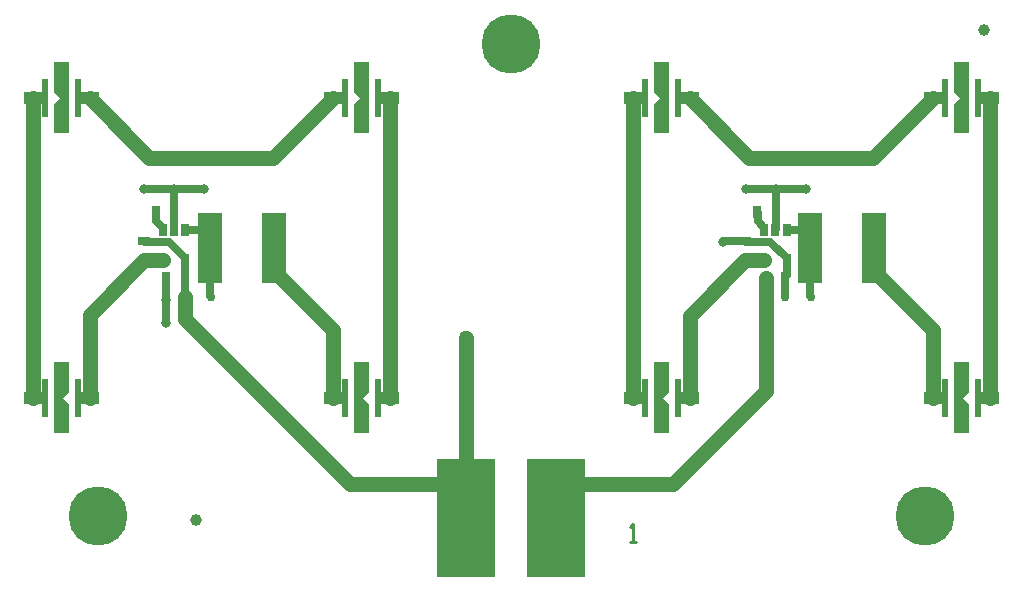
<source format=gtl>
G04*
G04 #@! TF.GenerationSoftware,Altium Limited,Altium Designer,20.1.14 (287)*
G04*
G04 Layer_Physical_Order=1*
G04 Layer_Color=255*
%FSLAX25Y25*%
%MOIN*%
G70*
G04*
G04 #@! TF.SameCoordinates,7963FD37-A3EF-41C6-90A3-C7C30B782ED2*
G04*
G04*
G04 #@! TF.FilePolarity,Positive*
G04*
G01*
G75*
%ADD11C,0.01000*%
%ADD27R,0.01968X0.12992*%
%ADD28R,0.05906X0.03937*%
%ADD29R,0.03000X0.04000*%
%ADD30R,0.04000X0.03000*%
%ADD31R,0.02756X0.03937*%
%ADD32R,0.07874X0.23622*%
%ADD33C,0.03937*%
%ADD34R,0.01968X0.02953*%
%ADD35R,0.19685X0.39370*%
%ADD36C,0.05000*%
%ADD37C,0.02500*%
%ADD38C,0.02000*%
%ADD39C,0.19685*%
%ADD40C,0.02500*%
%ADD41C,0.03150*%
%ADD42C,0.05000*%
G36*
X152559Y188189D02*
X147441D01*
Y211811D01*
X152559D01*
Y201969D01*
X150591Y200000D01*
X152559Y198031D01*
Y188189D01*
D02*
G37*
G36*
X252559D02*
X247441D01*
Y211811D01*
X252559D01*
Y201969D01*
X250590Y200000D01*
X252559Y198031D01*
Y188189D01*
D02*
G37*
G36*
X147441Y311811D02*
X152559D01*
Y288189D01*
X147441D01*
Y298031D01*
X149409Y300000D01*
X147441Y301969D01*
Y311811D01*
D02*
G37*
G36*
X247441D02*
X252559D01*
Y288189D01*
X247441D01*
Y298031D01*
X249410Y300000D01*
X247441Y301969D01*
Y311811D01*
D02*
G37*
G36*
X352559Y188189D02*
X347441D01*
Y211811D01*
X352559D01*
Y201969D01*
X350590Y200000D01*
X352559Y198031D01*
Y188189D01*
D02*
G37*
G36*
X452559D02*
X447441D01*
Y211811D01*
X452559D01*
Y201969D01*
X450591Y200000D01*
X452559Y198031D01*
Y188189D01*
D02*
G37*
G36*
X347441Y311811D02*
X352559D01*
Y288189D01*
X347441D01*
Y298031D01*
X349410Y300000D01*
X347441Y301969D01*
Y311811D01*
D02*
G37*
G36*
X447441D02*
X452559D01*
Y288189D01*
X447441D01*
Y298031D01*
X449409Y300000D01*
X447441Y301969D01*
Y311811D01*
D02*
G37*
D11*
X339500Y152000D02*
X341499D01*
X340500D01*
Y157998D01*
X339500Y156998D01*
D27*
X355512Y200000D02*
D03*
X344488D02*
D03*
X455512D02*
D03*
X444488D02*
D03*
Y300000D02*
D03*
X455512D02*
D03*
X344488D02*
D03*
X355512D02*
D03*
X144488D02*
D03*
X155512D02*
D03*
X244488D02*
D03*
X255512D02*
D03*
Y200000D02*
D03*
X244488D02*
D03*
X155512D02*
D03*
X144488D02*
D03*
D28*
X340600D02*
D03*
X359400D02*
D03*
X440600D02*
D03*
X459400D02*
D03*
Y300000D02*
D03*
X440600D02*
D03*
X359400D02*
D03*
X340600D02*
D03*
X159400D02*
D03*
X140600D02*
D03*
X259400D02*
D03*
X240600D02*
D03*
Y200000D02*
D03*
X259400D02*
D03*
X140600D02*
D03*
X159400D02*
D03*
D29*
X181376Y262000D02*
D03*
X187624D02*
D03*
X381876D02*
D03*
X388124D02*
D03*
X384876Y240000D02*
D03*
X391124D02*
D03*
X184876D02*
D03*
X191124D02*
D03*
D30*
X378000Y245876D02*
D03*
Y252124D02*
D03*
X177500D02*
D03*
Y245876D02*
D03*
D31*
X384260Y245882D02*
D03*
X388000Y256118D02*
D03*
X384260D02*
D03*
X391740Y245882D02*
D03*
Y256118D02*
D03*
X183760Y245882D02*
D03*
X187500Y256118D02*
D03*
X183760D02*
D03*
X191240Y245882D02*
D03*
Y256118D02*
D03*
D32*
X399500Y250000D02*
D03*
X421000D02*
D03*
X221000D02*
D03*
X199500D02*
D03*
D33*
X195000Y159370D02*
D03*
X457500Y322500D02*
D03*
X350000Y196000D02*
D03*
Y204000D02*
D03*
X450000Y196000D02*
D03*
Y204000D02*
D03*
Y304000D02*
D03*
Y296000D02*
D03*
X350000Y304000D02*
D03*
Y296000D02*
D03*
X150000Y304000D02*
D03*
Y296000D02*
D03*
X250000Y304000D02*
D03*
Y296000D02*
D03*
Y196000D02*
D03*
Y204000D02*
D03*
X150000Y196000D02*
D03*
Y204000D02*
D03*
D34*
X399831Y233500D02*
D03*
X391169D02*
D03*
X199831D02*
D03*
X191169D02*
D03*
D35*
X315000Y160000D02*
D03*
X285000D02*
D03*
D36*
X159400Y200000D02*
Y227776D01*
X177500Y245876D01*
X191169Y226331D02*
Y233500D01*
Y226331D02*
X246250Y171250D01*
X359400Y200000D02*
Y227276D01*
X378000Y245876D01*
X384876Y202376D02*
Y239914D01*
X353750Y171250D02*
X384876Y202376D01*
X277658Y171250D02*
X285000Y163908D01*
X246250Y171250D02*
X277658D01*
X285000Y172000D02*
Y220000D01*
X315000Y160000D02*
Y163908D01*
X322342Y171250D01*
X285000Y164000D02*
Y172000D01*
Y163908D02*
Y164000D01*
Y160000D02*
Y163908D01*
X340600Y200000D02*
Y300000D01*
X322342Y171250D02*
X353750D01*
X240600Y299921D02*
Y300000D01*
X240147Y299468D02*
X240600Y299921D01*
X240069Y299468D02*
X240147D01*
X220600Y280000D02*
X240069Y299468D01*
X179321Y280000D02*
X220600D01*
X159400Y299921D02*
Y300000D01*
Y299921D02*
X179321Y280000D01*
X240600Y200000D02*
Y222526D01*
X221000Y242126D02*
X240600Y222526D01*
X221000Y242126D02*
Y250000D01*
X259400Y200000D02*
Y300000D01*
X140600Y200000D02*
Y300000D01*
X177506Y245882D02*
X183760D01*
X177500Y245876D02*
X177506Y245882D01*
X440600Y200000D02*
Y222526D01*
X421000Y242126D02*
X440600Y222526D01*
X421000Y242126D02*
Y250000D01*
X378006Y245882D02*
X384260D01*
X378000Y245876D02*
X378006Y245882D01*
X440600Y299921D02*
Y300000D01*
X440147Y299468D02*
X440600Y299921D01*
X440068Y299468D02*
X440147D01*
X420600Y280000D02*
X440068Y299468D01*
X379321Y280000D02*
X420600D01*
X359400Y299921D02*
Y300000D01*
Y299921D02*
X379321Y280000D01*
X459400Y200000D02*
Y300000D01*
D37*
X184876Y232524D02*
X184900Y232500D01*
Y225000D02*
Y232500D01*
X184876Y232524D02*
Y240000D01*
X199500Y233791D02*
Y250000D01*
Y233791D02*
X199791Y233500D01*
X199831D01*
X191240Y256118D02*
X196813D01*
X199500Y253431D01*
Y250000D02*
Y253431D01*
X399500Y233791D02*
Y250000D01*
Y233791D02*
X399791Y233500D01*
X399831D01*
X391740Y256118D02*
X396813D01*
X399500Y253431D01*
Y250000D02*
Y253431D01*
X177600Y269500D02*
X187600D01*
X197600D01*
X187624Y262000D02*
Y269476D01*
X187600Y269500D02*
X187624Y269476D01*
X378200Y269500D02*
X388200D01*
X398200D01*
X388124Y269424D02*
X388200Y269500D01*
X388124Y262000D02*
Y269424D01*
X370524Y252124D02*
X378000D01*
X370500Y252100D02*
X370524Y252124D01*
X187500Y256118D02*
X187562Y256180D01*
Y261938D01*
X187624Y262000D01*
X183760Y256118D02*
Y256709D01*
X181626Y258842D02*
X183760Y256709D01*
X181626Y258842D02*
Y261750D01*
X181376Y262000D02*
X181626Y261750D01*
X191182Y240058D02*
Y246531D01*
X177500Y252124D02*
X177724Y251900D01*
X185813D01*
X191182Y246531D01*
X191124Y240000D02*
X191147Y239977D01*
Y233523D02*
Y239977D01*
X191124Y240000D02*
X191182Y240058D01*
X388000Y256118D02*
X388062Y256180D01*
Y261938D01*
X388124Y262000D01*
X384260Y256118D02*
Y256709D01*
X382126Y258842D02*
X384260Y256709D01*
X382126Y258842D02*
Y261750D01*
X381876Y262000D02*
X382126Y261750D01*
X391740Y245882D02*
Y246472D01*
X386313Y251900D02*
X391740Y246472D01*
X378224Y251900D02*
X386313D01*
X378000Y252124D02*
X378224Y251900D01*
X391124Y240000D02*
X391146Y239977D01*
Y233523D02*
Y239977D01*
Y233523D02*
X391169Y233500D01*
X391740Y241116D02*
Y245882D01*
X391124Y240500D02*
X391740Y241116D01*
X391124Y240000D02*
Y240500D01*
D38*
X306000Y312110D02*
D03*
X294000D02*
D03*
Y324110D02*
D03*
X291500Y318110D02*
D03*
X300000Y309610D02*
D03*
X306000Y324110D02*
D03*
X308500Y318110D02*
D03*
X300000Y326610D02*
D03*
X162205Y169130D02*
D03*
X170705Y160630D02*
D03*
X168205Y166630D02*
D03*
X162205Y152130D02*
D03*
X153705Y160630D02*
D03*
X156205Y166630D02*
D03*
Y154630D02*
D03*
X168205D02*
D03*
X437795Y169130D02*
D03*
X446295Y160630D02*
D03*
X443795Y166630D02*
D03*
X437795Y152130D02*
D03*
X429295Y160630D02*
D03*
X431795Y166630D02*
D03*
Y154630D02*
D03*
X443795D02*
D03*
D39*
X300000Y318110D02*
D03*
X162205Y160630D02*
D03*
X437795D02*
D03*
D40*
X321000Y152000D02*
D03*
Y144000D02*
D03*
Y160000D02*
D03*
Y168000D02*
D03*
Y176000D02*
D03*
X315000Y148000D02*
D03*
Y156000D02*
D03*
Y164000D02*
D03*
Y172000D02*
D03*
X309000Y152000D02*
D03*
Y144000D02*
D03*
Y160000D02*
D03*
Y168000D02*
D03*
Y176000D02*
D03*
X279000Y144000D02*
D03*
Y152000D02*
D03*
Y176000D02*
D03*
Y168000D02*
D03*
Y160000D02*
D03*
X285000Y148000D02*
D03*
Y156000D02*
D03*
Y164000D02*
D03*
Y172000D02*
D03*
X291000Y144000D02*
D03*
Y152000D02*
D03*
Y176000D02*
D03*
Y168000D02*
D03*
Y160000D02*
D03*
D41*
X184900Y232500D02*
D03*
Y225000D02*
D03*
X177600Y269500D02*
D03*
X197600D02*
D03*
X187600D02*
D03*
X378200D02*
D03*
X398200D02*
D03*
X388200D02*
D03*
X370500Y252100D02*
D03*
D42*
X285000Y220000D02*
D03*
M02*

</source>
